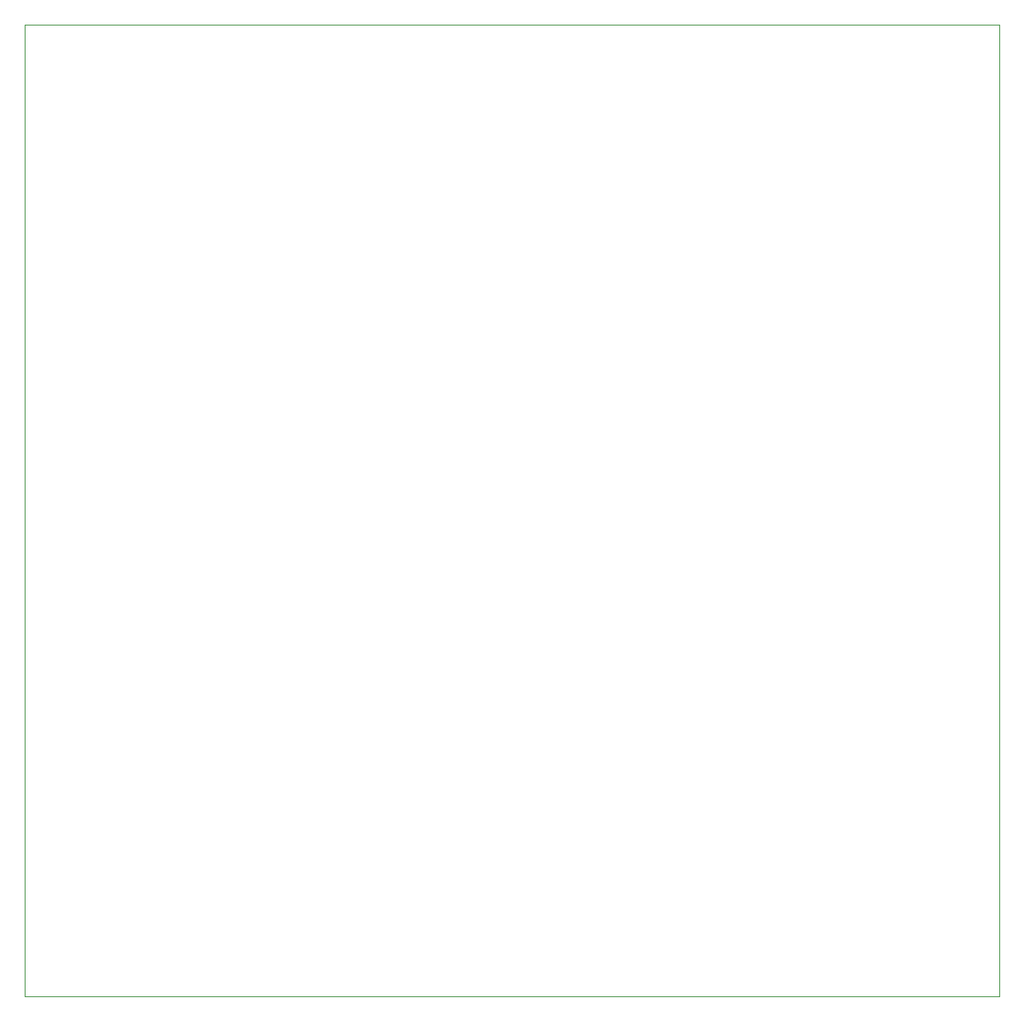
<source format=gbr>
%TF.GenerationSoftware,KiCad,Pcbnew,7.0.7*%
%TF.CreationDate,2024-03-10T16:06:42-05:00*%
%TF.ProjectId,Distortion,44697374-6f72-4746-996f-6e2e6b696361,rev?*%
%TF.SameCoordinates,Original*%
%TF.FileFunction,Profile,NP*%
%FSLAX46Y46*%
G04 Gerber Fmt 4.6, Leading zero omitted, Abs format (unit mm)*
G04 Created by KiCad (PCBNEW 7.0.7) date 2024-03-10 16:06:42*
%MOMM*%
%LPD*%
G01*
G04 APERTURE LIST*
%TA.AperFunction,Profile*%
%ADD10C,0.100000*%
%TD*%
G04 APERTURE END LIST*
D10*
X214750000Y-53500000D02*
X214750000Y-61750000D01*
X207750000Y-53500000D02*
X214750000Y-53500000D01*
X114500000Y-53500000D02*
X120750000Y-53500000D01*
X114500000Y-62000000D02*
X114500000Y-53500000D01*
X114500000Y-62250000D02*
X114500000Y-62000000D01*
X114500000Y-153500000D02*
X114500000Y-146250000D01*
X120875000Y-153500000D02*
X114500000Y-153500000D01*
X214750000Y-153500000D02*
X214750000Y-145750000D01*
X208000000Y-153500000D02*
X214750000Y-153500000D01*
X120875000Y-153500000D02*
X208000000Y-153500000D01*
X214750000Y-61750000D02*
X214750000Y-145750000D01*
X120750000Y-53500000D02*
X207750000Y-53500000D01*
X114500000Y-62250000D02*
X114500000Y-146250000D01*
M02*

</source>
